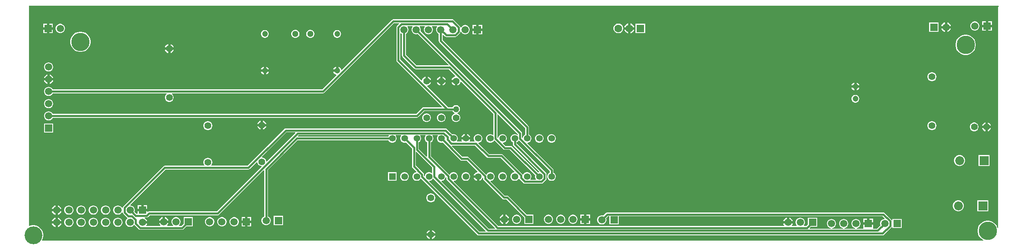
<source format=gbl>
G04*
G04 #@! TF.GenerationSoftware,Altium Limited,Altium Designer,21.6.4 (81)*
G04*
G04 Layer_Physical_Order=2*
G04 Layer_Color=16711680*
%FSLAX25Y25*%
%MOIN*%
G70*
G04*
G04 #@! TF.SameCoordinates,8913C7E9-C03F-4568-99A4-2E0721410B73*
G04*
G04*
G04 #@! TF.FilePolarity,Positive*
G04*
G01*
G75*
%ADD34C,0.01500*%
%ADD35C,0.04724*%
%ADD36R,0.06299X0.06299*%
%ADD37C,0.06299*%
%ADD38C,0.05500*%
%ADD39R,0.05906X0.05906*%
%ADD40C,0.05906*%
%ADD41C,0.05347*%
%ADD42R,0.05347X0.05347*%
%ADD43C,0.15000*%
%ADD44C,0.14567*%
%ADD45C,0.05512*%
%ADD46R,0.07284X0.07284*%
%ADD47C,0.07284*%
%ADD48R,0.05906X0.05906*%
%ADD49C,0.05118*%
%ADD50C,0.05000*%
G36*
X797038Y196038D02*
X796500Y195500D01*
Y14875D01*
X796000Y14826D01*
X795981Y14921D01*
X795355Y16432D01*
X794447Y17791D01*
X793291Y18947D01*
X791931Y19855D01*
X790421Y20481D01*
X788818Y20800D01*
X787183D01*
X785579Y20481D01*
X784068Y19855D01*
X782709Y18947D01*
X781553Y17791D01*
X780645Y16432D01*
X780019Y14921D01*
X779700Y13318D01*
Y11682D01*
X780019Y10079D01*
X780645Y8568D01*
X781553Y7209D01*
X782709Y6053D01*
X784068Y5145D01*
X784418Y5000D01*
X784318Y4500D01*
X16245D01*
X16010Y4941D01*
X16163Y5171D01*
X16773Y6642D01*
X17084Y8204D01*
Y9796D01*
X16773Y11358D01*
X16163Y12829D01*
X15279Y14153D01*
X14153Y15279D01*
X12829Y16163D01*
X11358Y16773D01*
X9796Y17084D01*
X8204D01*
X6642Y16773D01*
X5916Y16472D01*
X5500Y16750D01*
Y196500D01*
X796847D01*
X797038Y196038D01*
D02*
G37*
%LPC*%
G36*
X791453Y183953D02*
X788500D01*
Y181000D01*
X791453D01*
Y183953D01*
D02*
G37*
G36*
X786500D02*
X783547D01*
Y181000D01*
X786500D01*
Y183953D01*
D02*
G37*
G36*
X755000Y182824D02*
Y180000D01*
X757824D01*
X757683Y180526D01*
X757163Y181427D01*
X756427Y182163D01*
X755526Y182683D01*
X755000Y182824D01*
D02*
G37*
G36*
X753000D02*
X752474Y182683D01*
X751573Y182163D01*
X750837Y181427D01*
X750317Y180526D01*
X750176Y180000D01*
X753000D01*
Y182824D01*
D02*
G37*
G36*
X496500Y182028D02*
Y179000D01*
X499528D01*
X499367Y179602D01*
X498820Y180548D01*
X498048Y181321D01*
X497102Y181867D01*
X496500Y182028D01*
D02*
G37*
G36*
X24953Y181953D02*
X22000D01*
Y179000D01*
X24953D01*
Y181953D01*
D02*
G37*
G36*
X20000D02*
X17047D01*
Y179000D01*
X20000D01*
Y181953D01*
D02*
G37*
G36*
X494500Y182028D02*
X493898Y181867D01*
X492952Y181321D01*
X492179Y180548D01*
X491633Y179602D01*
X491472Y179000D01*
X494500D01*
Y182028D01*
D02*
G37*
G36*
X375453Y180953D02*
X372500D01*
Y178000D01*
X375453D01*
Y180953D01*
D02*
G37*
G36*
X370500D02*
X367547D01*
Y178000D01*
X370500D01*
Y180953D01*
D02*
G37*
G36*
X777994Y183753D02*
X777006D01*
X776052Y183497D01*
X775196Y183003D01*
X774497Y182304D01*
X774003Y181448D01*
X773747Y180494D01*
Y179506D01*
X774003Y178551D01*
X774497Y177696D01*
X775196Y176997D01*
X776052Y176503D01*
X777006Y176247D01*
X777994D01*
X778948Y176503D01*
X779804Y176997D01*
X780503Y177696D01*
X780997Y178551D01*
X781253Y179506D01*
Y180494D01*
X780997Y181448D01*
X780503Y182304D01*
X779804Y183003D01*
X778948Y183497D01*
X777994Y183753D01*
D02*
G37*
G36*
X791453Y179000D02*
X788500D01*
Y176047D01*
X791453D01*
Y179000D01*
D02*
G37*
G36*
X786500D02*
X783547D01*
Y176047D01*
X786500D01*
Y179000D01*
D02*
G37*
G36*
X747753Y182753D02*
X740247D01*
Y175247D01*
X747753D01*
Y182753D01*
D02*
G37*
G36*
X757824Y178000D02*
X755000D01*
Y175176D01*
X755526Y175317D01*
X756427Y175837D01*
X757163Y176573D01*
X757683Y177474D01*
X757824Y178000D01*
D02*
G37*
G36*
X753000D02*
X750176D01*
X750317Y177474D01*
X750837Y176573D01*
X751573Y175837D01*
X752474Y175317D01*
X753000Y175176D01*
Y178000D01*
D02*
G37*
G36*
X31494Y181753D02*
X30506D01*
X29552Y181497D01*
X28696Y181003D01*
X27997Y180304D01*
X27503Y179448D01*
X27247Y178494D01*
Y177506D01*
X27503Y176551D01*
X27997Y175696D01*
X28696Y174997D01*
X29552Y174503D01*
X30506Y174247D01*
X31494D01*
X32449Y174503D01*
X33304Y174997D01*
X34003Y175696D01*
X34497Y176551D01*
X34753Y177506D01*
Y178494D01*
X34497Y179448D01*
X34003Y180304D01*
X33304Y181003D01*
X32449Y181497D01*
X31494Y181753D01*
D02*
G37*
G36*
X508426Y181950D02*
X500527D01*
Y174050D01*
X508426D01*
Y181950D01*
D02*
G37*
G36*
X487044D02*
X486004D01*
X484999Y181680D01*
X484098Y181160D01*
X483363Y180425D01*
X482843Y179525D01*
X482574Y178520D01*
Y177480D01*
X482843Y176476D01*
X483363Y175575D01*
X484098Y174839D01*
X484999Y174320D01*
X486004Y174050D01*
X487044D01*
X488048Y174320D01*
X488949Y174839D01*
X489684Y175575D01*
X490204Y176476D01*
X490473Y177480D01*
Y178520D01*
X490204Y179525D01*
X489684Y180425D01*
X488949Y181160D01*
X488048Y181680D01*
X487044Y181950D01*
D02*
G37*
G36*
X24953Y177000D02*
X22000D01*
Y174047D01*
X24953D01*
Y177000D01*
D02*
G37*
G36*
X20000D02*
X17047D01*
Y174047D01*
X20000D01*
Y177000D01*
D02*
G37*
G36*
X499528D02*
X496500D01*
Y173972D01*
X497102Y174133D01*
X498048Y174680D01*
X498820Y175452D01*
X499367Y176398D01*
X499528Y177000D01*
D02*
G37*
G36*
X494500D02*
X491472D01*
X491633Y176398D01*
X492179Y175452D01*
X492952Y174680D01*
X493898Y174133D01*
X494500Y173972D01*
Y177000D01*
D02*
G37*
G36*
X351065Y185383D02*
X302835D01*
X302231Y185263D01*
X301718Y184920D01*
X260841Y144044D01*
X260293Y144202D01*
X260133Y144798D01*
X259690Y145564D01*
X259064Y146190D01*
X258298Y146633D01*
X258000Y146713D01*
Y143500D01*
X257000D01*
Y142500D01*
X253787D01*
X253867Y142202D01*
X254310Y141436D01*
X254936Y140810D01*
X255702Y140367D01*
X256298Y140207D01*
X256456Y139659D01*
X244878Y128080D01*
X24921D01*
X24503Y128804D01*
X23804Y129503D01*
X22949Y129997D01*
X21994Y130253D01*
X21006D01*
X20052Y129997D01*
X19196Y129503D01*
X18497Y128804D01*
X18003Y127948D01*
X17747Y126994D01*
Y126006D01*
X18003Y125051D01*
X18497Y124196D01*
X19196Y123497D01*
X20052Y123003D01*
X21006Y122747D01*
X21994D01*
X22949Y123003D01*
X23804Y123497D01*
X24503Y124196D01*
X24921Y124920D01*
X117811D01*
X117945Y124420D01*
X117817Y124345D01*
X117155Y123683D01*
X116686Y122872D01*
X116444Y121968D01*
Y121032D01*
X116686Y120127D01*
X117155Y119317D01*
X117817Y118655D01*
X118628Y118186D01*
X119532Y117944D01*
X120468D01*
X121372Y118186D01*
X122183Y118655D01*
X122845Y119317D01*
X123314Y120127D01*
X123556Y121032D01*
Y121968D01*
X123314Y122872D01*
X122845Y123683D01*
X122183Y124345D01*
X122055Y124420D01*
X122189Y124920D01*
X245533D01*
X246137Y125040D01*
X246650Y125382D01*
X303490Y182222D01*
X307466D01*
X307658Y181760D01*
X305880Y179983D01*
X305537Y179470D01*
X305417Y178865D01*
Y151913D01*
X305537Y151309D01*
X305880Y150796D01*
X342633Y114042D01*
X342442Y113580D01*
X327500D01*
X326895Y113460D01*
X326382Y113118D01*
X321345Y108080D01*
X24921D01*
X24503Y108804D01*
X23804Y109503D01*
X22949Y109997D01*
X21994Y110253D01*
X21006D01*
X20052Y109997D01*
X19196Y109503D01*
X18497Y108804D01*
X18003Y107949D01*
X17747Y106994D01*
Y106006D01*
X18003Y105052D01*
X18497Y104196D01*
X19196Y103497D01*
X20052Y103003D01*
X21006Y102747D01*
X21994D01*
X22949Y103003D01*
X23804Y103497D01*
X24503Y104196D01*
X24921Y104920D01*
X322000D01*
X322605Y105040D01*
X323117Y105383D01*
X328155Y110420D01*
X351102D01*
X351359Y109974D01*
X351974Y109359D01*
X352726Y108925D01*
X352852Y108891D01*
Y108374D01*
X352627Y108314D01*
X351817Y107845D01*
X351155Y107183D01*
X350686Y106372D01*
X350444Y105468D01*
Y104532D01*
X350686Y103628D01*
X351155Y102817D01*
X351817Y102155D01*
X352627Y101686D01*
X353532Y101444D01*
X354468D01*
X355373Y101686D01*
X356183Y102155D01*
X356845Y102817D01*
X357314Y103628D01*
X357556Y104532D01*
Y105468D01*
X357314Y106372D01*
X356845Y107183D01*
X356183Y107845D01*
X355373Y108314D01*
X355148Y108374D01*
Y108891D01*
X355274Y108925D01*
X356026Y109359D01*
X356641Y109974D01*
X357075Y110726D01*
X357300Y111566D01*
Y112434D01*
X357075Y113274D01*
X356641Y114026D01*
X356026Y114641D01*
X355274Y115075D01*
X354434Y115300D01*
X353566D01*
X352726Y115075D01*
X351974Y114641D01*
X351359Y114026D01*
X351102Y113580D01*
X347565D01*
X330348Y130797D01*
X330584Y131268D01*
X331450Y131500D01*
X332306Y131994D01*
X333005Y132694D01*
X333500Y133550D01*
X333620Y134000D01*
X330000D01*
Y135000D01*
X329000D01*
Y138620D01*
X328550Y138500D01*
X327694Y138005D01*
X326994Y137306D01*
X326500Y136450D01*
X326268Y135584D01*
X325797Y135348D01*
X308578Y152568D01*
Y173962D01*
X309040Y174153D01*
X309196Y173997D01*
X309920Y173579D01*
Y155753D01*
X310040Y155148D01*
X310383Y154635D01*
X319929Y145088D01*
X320442Y144746D01*
X321047Y144625D01*
X348229D01*
X353652Y139203D01*
X353416Y138732D01*
X352550Y138500D01*
X351694Y138005D01*
X350994Y137306D01*
X350500Y136450D01*
X350380Y136000D01*
X354000D01*
Y135000D01*
X355000D01*
Y131380D01*
X355450Y131500D01*
X356306Y131994D01*
X357006Y132694D01*
X357500Y133550D01*
X357732Y134416D01*
X358203Y134652D01*
X384643Y108212D01*
Y91013D01*
X384181Y90821D01*
X384133Y90870D01*
X383341Y91327D01*
X382457Y91564D01*
X381543D01*
X380659Y91327D01*
X379867Y90870D01*
X379221Y90223D01*
X378764Y89431D01*
X378527Y88548D01*
Y87633D01*
X378764Y86750D01*
X379221Y85958D01*
X379867Y85311D01*
X380659Y84854D01*
X381543Y84617D01*
X382457D01*
X383341Y84854D01*
X384133Y85311D01*
X384779Y85958D01*
X384993Y86329D01*
X385489Y86394D01*
X392668Y79215D01*
X393181Y78872D01*
X393786Y78752D01*
X397922D01*
X418692Y57983D01*
X418527Y57367D01*
Y56452D01*
X418763Y55569D01*
X419221Y54777D01*
X419269Y54729D01*
X419078Y54267D01*
X414922D01*
X414731Y54729D01*
X414779Y54777D01*
X415237Y55569D01*
X415473Y56452D01*
Y57367D01*
X415237Y58250D01*
X414779Y59042D01*
X414133Y59689D01*
X413341Y60146D01*
X412457Y60383D01*
X411543D01*
X410659Y60146D01*
X409867Y59689D01*
X409221Y59042D01*
X408952Y58577D01*
X408781Y58545D01*
X408386Y58597D01*
X408117Y59000D01*
X392263Y74854D01*
X391750Y75197D01*
X391145Y75317D01*
X381036D01*
X372198Y84155D01*
X372389Y84617D01*
X372457D01*
X373341Y84854D01*
X374133Y85311D01*
X374779Y85958D01*
X375237Y86750D01*
X375473Y87633D01*
Y88548D01*
X375237Y89431D01*
X374779Y90223D01*
X374133Y90870D01*
X373341Y91327D01*
X372457Y91564D01*
X371543D01*
X370659Y91327D01*
X369867Y90870D01*
X369221Y90223D01*
X368763Y89431D01*
X368527Y88548D01*
Y87633D01*
X368763Y86750D01*
X369221Y85958D01*
X369269Y85910D01*
X369078Y85448D01*
X365193D01*
X365004Y85948D01*
X365423Y86673D01*
X365535Y87091D01*
X362000D01*
X358465D01*
X358577Y86673D01*
X358996Y85948D01*
X358807Y85448D01*
X354922D01*
X354731Y85910D01*
X354779Y85958D01*
X355237Y86750D01*
X355473Y87633D01*
Y88548D01*
X355237Y89431D01*
X354779Y90223D01*
X354133Y90870D01*
X353341Y91327D01*
X352457Y91564D01*
X351543D01*
X350927Y91399D01*
X346594Y95731D01*
X346082Y96074D01*
X345477Y96194D01*
X215024D01*
X214420Y96074D01*
X213907Y95731D01*
X183950Y65775D01*
X154456D01*
X154265Y66236D01*
X154345Y66317D01*
X154814Y67128D01*
X155056Y68032D01*
Y68968D01*
X154814Y69872D01*
X154345Y70683D01*
X153683Y71345D01*
X152873Y71814D01*
X151968Y72056D01*
X151032D01*
X150127Y71814D01*
X149317Y71345D01*
X148655Y70683D01*
X148186Y69872D01*
X147944Y68968D01*
Y68032D01*
X148186Y67128D01*
X148655Y66317D01*
X148735Y66236D01*
X148544Y65775D01*
X116326D01*
X115721Y65654D01*
X115209Y65312D01*
X82380Y32483D01*
X82037Y31970D01*
X81917Y31365D01*
Y31221D01*
X81417Y31087D01*
X81003Y31804D01*
X80304Y32503D01*
X79448Y32997D01*
X78494Y33253D01*
X77506D01*
X76552Y32997D01*
X75696Y32503D01*
X74997Y31804D01*
X74503Y30948D01*
X74247Y29994D01*
Y29006D01*
X74503Y28051D01*
X74997Y27196D01*
X75696Y26497D01*
X76552Y26003D01*
X77506Y25747D01*
X78494D01*
X79448Y26003D01*
X80304Y26497D01*
X81003Y27196D01*
X81417Y27913D01*
X81917Y27779D01*
Y27635D01*
X82037Y27030D01*
X82380Y26517D01*
X85515Y23382D01*
X85841Y23164D01*
X85866Y22601D01*
X85696Y22503D01*
X84997Y21804D01*
X84503Y20948D01*
X84247Y19994D01*
Y19006D01*
X84503Y18052D01*
X84997Y17196D01*
X85696Y16497D01*
X86551Y16003D01*
X87506Y15747D01*
X88494D01*
X89448Y16003D01*
X90304Y16497D01*
X91003Y17196D01*
X91011Y17209D01*
X91625Y17273D01*
X95017Y13880D01*
X95530Y13537D01*
X96135Y13417D01*
X130497D01*
X131102Y13537D01*
X131615Y13880D01*
X133982Y16247D01*
X139253D01*
Y23753D01*
X131747D01*
Y18482D01*
X129843Y16578D01*
X127999D01*
X127885Y17078D01*
X128503Y17696D01*
X128997Y18552D01*
X129253Y19506D01*
Y20494D01*
X128997Y21449D01*
X128503Y22304D01*
X127804Y23003D01*
X126948Y23497D01*
X125994Y23753D01*
X125006D01*
X124051Y23497D01*
X123196Y23003D01*
X122497Y22304D01*
X122003Y21449D01*
X121747Y20494D01*
Y19506D01*
X122003Y18552D01*
X122497Y17696D01*
X123115Y17078D01*
X123001Y16578D01*
X118375D01*
X118168Y17078D01*
X118663Y17573D01*
X119183Y18474D01*
X119324Y19000D01*
X115500D01*
X111676D01*
X111817Y18474D01*
X112337Y17573D01*
X112832Y17078D01*
X112625Y16578D01*
X101321D01*
X101130Y17040D01*
X101163Y17073D01*
X101683Y17974D01*
X101824Y18500D01*
X98000D01*
Y20500D01*
X101824D01*
X101683Y21026D01*
X101163Y21927D01*
X100427Y22663D01*
X99987Y22917D01*
X100121Y23417D01*
X101595D01*
X102200Y23537D01*
X102712Y23880D01*
X104055Y25222D01*
X159392D01*
X159997Y25343D01*
X160510Y25685D01*
X196958Y62133D01*
X197420Y61942D01*
Y24421D01*
X196696Y24003D01*
X195997Y23304D01*
X195503Y22448D01*
X195247Y21494D01*
Y20506D01*
X195503Y19552D01*
X195997Y18696D01*
X196696Y17997D01*
X197552Y17503D01*
X198506Y17247D01*
X199494D01*
X200448Y17503D01*
X201304Y17997D01*
X202003Y18696D01*
X202497Y19552D01*
X202753Y20506D01*
Y21494D01*
X202497Y22448D01*
X202003Y23304D01*
X201304Y24003D01*
X200580Y24421D01*
Y62345D01*
X224745Y86510D01*
X298902D01*
X299221Y85958D01*
X299867Y85311D01*
X300659Y84854D01*
X301543Y84617D01*
X302457D01*
X303341Y84854D01*
X304133Y85311D01*
X304779Y85958D01*
X305237Y86750D01*
X305473Y87633D01*
Y88548D01*
X305237Y89431D01*
X304779Y90223D01*
X304731Y90272D01*
X304922Y90733D01*
X309078D01*
X309269Y90272D01*
X309221Y90223D01*
X308764Y89431D01*
X308527Y88548D01*
Y87633D01*
X308764Y86750D01*
X309221Y85958D01*
X309867Y85311D01*
X310659Y84854D01*
X311543Y84617D01*
X312457D01*
X313073Y84782D01*
X318120Y79736D01*
Y65182D01*
X318240Y64577D01*
X318583Y64065D01*
X321802Y60845D01*
X321611Y60383D01*
X321543D01*
X320659Y60146D01*
X319867Y59689D01*
X319221Y59042D01*
X318763Y58250D01*
X318527Y57367D01*
Y56452D01*
X318763Y55569D01*
X319221Y54777D01*
X319867Y54130D01*
X320659Y53673D01*
X321543Y53436D01*
X322457D01*
X323341Y53673D01*
X324133Y54130D01*
X324779Y54777D01*
X324993Y55148D01*
X325489Y55213D01*
X371422Y9280D01*
X371935Y8937D01*
X372540Y8817D01*
X702265D01*
X702870Y8937D01*
X703383Y9280D01*
X709620Y15517D01*
X709747Y15708D01*
X710247Y15556D01*
Y14747D01*
X717753D01*
Y22253D01*
X710247D01*
Y21444D01*
X709747Y21293D01*
X709620Y21483D01*
X703983Y27120D01*
X703470Y27463D01*
X702865Y27583D01*
X477503D01*
X476898Y27463D01*
X476385Y27120D01*
X474301Y25036D01*
X473494Y25253D01*
X472506D01*
X471552Y24997D01*
X470696Y24503D01*
X469997Y23804D01*
X469503Y22949D01*
X469247Y21994D01*
Y21006D01*
X469503Y20052D01*
X469997Y19196D01*
X470696Y18497D01*
X471552Y18003D01*
X472506Y17747D01*
X473494D01*
X474448Y18003D01*
X475304Y18497D01*
X476003Y19196D01*
X476497Y20052D01*
X476753Y21006D01*
Y21994D01*
X476536Y22801D01*
X478157Y24422D01*
X479247D01*
Y17747D01*
X486753D01*
Y24422D01*
X702211D01*
X703918Y22715D01*
X703727Y22253D01*
X703506D01*
X702552Y21997D01*
X701696Y21503D01*
X700997Y20804D01*
X700503Y19949D01*
X700247Y18994D01*
Y18006D01*
X700464Y17199D01*
X697543Y14278D01*
X694841D01*
X694453Y14547D01*
X694453Y14778D01*
Y17500D01*
X690500D01*
X686547D01*
Y14778D01*
X686547Y14547D01*
X686159Y14278D01*
X681173D01*
X681107Y14778D01*
X681949Y15003D01*
X682804Y15497D01*
X683503Y16196D01*
X683997Y17052D01*
X684253Y18006D01*
Y18994D01*
X683997Y19949D01*
X683503Y20804D01*
X682804Y21503D01*
X681949Y21997D01*
X680994Y22253D01*
X680006D01*
X679051Y21997D01*
X678196Y21503D01*
X677497Y20804D01*
X677003Y19949D01*
X676747Y18994D01*
Y18006D01*
X677003Y17052D01*
X677497Y16196D01*
X678196Y15497D01*
X679051Y15003D01*
X679893Y14778D01*
X679827Y14278D01*
X671173D01*
X671107Y14778D01*
X671948Y15003D01*
X672804Y15497D01*
X673503Y16196D01*
X673997Y17052D01*
X674253Y18006D01*
Y18994D01*
X673997Y19949D01*
X673503Y20804D01*
X672804Y21503D01*
X671948Y21997D01*
X670994Y22253D01*
X670006D01*
X669052Y21997D01*
X668196Y21503D01*
X667497Y20804D01*
X667003Y19949D01*
X666747Y18994D01*
Y18006D01*
X667003Y17052D01*
X667497Y16196D01*
X668196Y15497D01*
X669052Y15003D01*
X669893Y14778D01*
X669827Y14278D01*
X661173D01*
X661107Y14778D01*
X661948Y15003D01*
X662804Y15497D01*
X663503Y16196D01*
X663997Y17052D01*
X664253Y18006D01*
Y18994D01*
X663997Y19949D01*
X663503Y20804D01*
X662804Y21503D01*
X661948Y21997D01*
X660994Y22253D01*
X660006D01*
X659052Y21997D01*
X658196Y21503D01*
X657497Y20804D01*
X657003Y19949D01*
X656747Y18994D01*
Y18006D01*
X657003Y17052D01*
X657497Y16196D01*
X658196Y15497D01*
X659052Y15003D01*
X659893Y14778D01*
X659827Y14278D01*
X642666D01*
X642475Y14739D01*
X643482Y15747D01*
X648753D01*
Y23253D01*
X641247D01*
Y17982D01*
X639843Y16578D01*
X638038D01*
X637847Y17040D01*
X638003Y17196D01*
X638497Y18052D01*
X638753Y19006D01*
Y19994D01*
X638497Y20948D01*
X638003Y21804D01*
X637304Y22503D01*
X636448Y22997D01*
X635494Y23253D01*
X634506D01*
X633552Y22997D01*
X632696Y22503D01*
X631997Y21804D01*
X631503Y20948D01*
X631247Y19994D01*
Y19006D01*
X631503Y18052D01*
X631997Y17196D01*
X632153Y17040D01*
X631962Y16578D01*
X628321D01*
X628130Y17040D01*
X628163Y17073D01*
X628683Y17974D01*
X628824Y18500D01*
X625000D01*
X621176D01*
X621317Y17974D01*
X621837Y17073D01*
X621870Y17040D01*
X621679Y16578D01*
X388594D01*
X386557Y18615D01*
X386557Y18615D01*
X352198Y52974D01*
X352389Y53436D01*
X352457D01*
X353341Y53673D01*
X354133Y54130D01*
X354779Y54777D01*
X355237Y55569D01*
X355473Y56452D01*
Y57367D01*
X355237Y58250D01*
X354779Y59042D01*
X354133Y59689D01*
X353341Y60146D01*
X352457Y60383D01*
X351543D01*
X350659Y60146D01*
X349867Y59689D01*
X349221Y59042D01*
X349007Y58671D01*
X348511Y58606D01*
X333580Y73537D01*
Y84992D01*
X334133Y85311D01*
X334779Y85958D01*
X335237Y86750D01*
X335473Y87633D01*
Y88548D01*
X335237Y89431D01*
X334779Y90223D01*
X334731Y90272D01*
X334922Y90733D01*
X339078D01*
X339269Y90272D01*
X339221Y90223D01*
X338763Y89431D01*
X338527Y88548D01*
Y87633D01*
X338763Y86750D01*
X339221Y85958D01*
X339867Y85311D01*
X340659Y84854D01*
X341543Y84617D01*
X342457D01*
X343073Y84782D01*
X357536Y70319D01*
X358049Y69977D01*
X358654Y69857D01*
X362790D01*
X371611Y61036D01*
X371391Y60549D01*
X370582Y60332D01*
X369745Y59849D01*
X369061Y59165D01*
X368577Y58327D01*
X368465Y57910D01*
X372000D01*
Y56910D01*
X373000D01*
Y53375D01*
X373418Y53487D01*
X374255Y53970D01*
X374939Y54654D01*
X375423Y55492D01*
X375518Y55846D01*
X376095Y56068D01*
X376196Y56003D01*
Y55160D01*
X376317Y54555D01*
X376659Y54043D01*
X392138Y38564D01*
X392651Y38221D01*
X393255Y38101D01*
X395164D01*
X409747Y23518D01*
Y18247D01*
X417253D01*
Y25753D01*
X411982D01*
X396936Y40799D01*
X396423Y41142D01*
X395818Y41262D01*
X393910D01*
X382198Y52974D01*
X382389Y53436D01*
X382457D01*
X383341Y53673D01*
X384133Y54130D01*
X384779Y54777D01*
X385237Y55569D01*
X385473Y56452D01*
Y57367D01*
X385237Y58250D01*
X384779Y59042D01*
X384133Y59689D01*
X383341Y60146D01*
X382457Y60383D01*
X381543D01*
X380659Y60146D01*
X379867Y59689D01*
X379221Y59042D01*
X379007Y58671D01*
X378511Y58606D01*
X364563Y72554D01*
X364050Y72897D01*
X363445Y73017D01*
X359308D01*
X350539Y81787D01*
X350746Y82287D01*
X369596D01*
X379264Y72619D01*
X379776Y72277D01*
X380381Y72157D01*
X390490D01*
X401802Y60845D01*
X401611Y60383D01*
X401543D01*
X400659Y60146D01*
X399867Y59689D01*
X399221Y59042D01*
X398763Y58250D01*
X398527Y57367D01*
Y56452D01*
X398763Y55569D01*
X399221Y54777D01*
X399867Y54130D01*
X400659Y53673D01*
X401543Y53436D01*
X402457D01*
X403341Y53673D01*
X404133Y54130D01*
X404779Y54777D01*
X405048Y55242D01*
X405219Y55274D01*
X405614Y55222D01*
X405883Y54819D01*
X409133Y51569D01*
X409646Y51226D01*
X410251Y51106D01*
X423749D01*
X424354Y51226D01*
X424867Y51569D01*
X427341Y54043D01*
X427683Y54555D01*
X427804Y55160D01*
Y58993D01*
X427683Y59598D01*
X427341Y60111D01*
X403630Y83822D01*
Y85021D01*
X404133Y85311D01*
X404779Y85958D01*
X404993Y86329D01*
X405489Y86394D01*
X430420Y61463D01*
Y60008D01*
X429867Y59689D01*
X429221Y59042D01*
X428763Y58250D01*
X428527Y57367D01*
Y56452D01*
X428763Y55569D01*
X429221Y54777D01*
X429867Y54130D01*
X430659Y53673D01*
X431543Y53436D01*
X432457D01*
X433341Y53673D01*
X434133Y54130D01*
X434779Y54777D01*
X435237Y55569D01*
X435473Y56452D01*
Y57367D01*
X435237Y58250D01*
X434779Y59042D01*
X434133Y59689D01*
X433580Y60008D01*
Y62118D01*
X433460Y62723D01*
X433117Y63235D01*
X412198Y84155D01*
X412389Y84617D01*
X412457D01*
X413341Y84854D01*
X414133Y85311D01*
X414779Y85958D01*
X415237Y86750D01*
X415473Y87633D01*
Y88548D01*
X415237Y89431D01*
X414779Y90223D01*
X414133Y90870D01*
X413580Y91189D01*
Y97220D01*
X413460Y97824D01*
X413118Y98337D01*
X343080Y168374D01*
Y172531D01*
X343542Y172723D01*
X344885Y171380D01*
X345398Y171037D01*
X346003Y170917D01*
X353365D01*
X353970Y171037D01*
X354483Y171380D01*
X357120Y174017D01*
X357463Y174530D01*
X357583Y175135D01*
Y175279D01*
X358083Y175413D01*
X358497Y174696D01*
X359196Y173997D01*
X360051Y173503D01*
X361006Y173247D01*
X361994D01*
X362948Y173503D01*
X363804Y173997D01*
X364503Y174696D01*
X364997Y175551D01*
X365253Y176506D01*
Y177494D01*
X364997Y178448D01*
X364503Y179304D01*
X363804Y180003D01*
X362948Y180497D01*
X361994Y180753D01*
X361006D01*
X360051Y180497D01*
X359196Y180003D01*
X358497Y179304D01*
X358083Y178587D01*
X357583Y178721D01*
Y178865D01*
X357463Y179470D01*
X357120Y179983D01*
X352183Y184920D01*
X351670Y185263D01*
X351065Y185383D01*
D02*
G37*
G36*
X375453Y176000D02*
X372500D01*
Y173047D01*
X375453D01*
Y176000D01*
D02*
G37*
G36*
X370500D02*
X367547D01*
Y173047D01*
X370500D01*
Y176000D01*
D02*
G37*
G36*
X257416Y176662D02*
X256584D01*
X255779Y176447D01*
X255058Y176030D01*
X254470Y175442D01*
X254053Y174721D01*
X253838Y173916D01*
Y173084D01*
X254053Y172279D01*
X254470Y171558D01*
X255058Y170970D01*
X255779Y170553D01*
X256584Y170338D01*
X257416D01*
X258221Y170553D01*
X258942Y170970D01*
X259530Y171558D01*
X259947Y172279D01*
X260162Y173084D01*
Y173916D01*
X259947Y174721D01*
X259530Y175442D01*
X258942Y176030D01*
X258221Y176447D01*
X257416Y176662D01*
D02*
G37*
G36*
X198416D02*
X197584D01*
X196779Y176447D01*
X196058Y176030D01*
X195470Y175442D01*
X195053Y174721D01*
X194838Y173916D01*
Y173084D01*
X195053Y172279D01*
X195470Y171558D01*
X196058Y170970D01*
X196779Y170553D01*
X197584Y170338D01*
X198416D01*
X199221Y170553D01*
X199942Y170970D01*
X200530Y171558D01*
X200947Y172279D01*
X201162Y173084D01*
Y173916D01*
X200947Y174721D01*
X200530Y175442D01*
X199942Y176030D01*
X199221Y176447D01*
X198416Y176662D01*
D02*
G37*
G36*
X235545Y176859D02*
X234660D01*
X233806Y176630D01*
X233040Y176188D01*
X232414Y175563D01*
X231972Y174797D01*
X231743Y173942D01*
Y173058D01*
X231972Y172203D01*
X232414Y171438D01*
X233040Y170812D01*
X233806Y170370D01*
X234660Y170141D01*
X235545D01*
X236399Y170370D01*
X237165Y170812D01*
X237790Y171438D01*
X238232Y172203D01*
X238461Y173058D01*
Y173942D01*
X238232Y174797D01*
X237790Y175563D01*
X237165Y176188D01*
X236399Y176630D01*
X235545Y176859D01*
D02*
G37*
G36*
X223340D02*
X222455D01*
X221601Y176630D01*
X220835Y176188D01*
X220210Y175563D01*
X219767Y174797D01*
X219539Y173942D01*
Y173058D01*
X219767Y172203D01*
X220210Y171438D01*
X220835Y170812D01*
X221601Y170370D01*
X222455Y170141D01*
X223340D01*
X224194Y170370D01*
X224960Y170812D01*
X225586Y171438D01*
X226028Y172203D01*
X226257Y173058D01*
Y173942D01*
X226028Y174797D01*
X225586Y175563D01*
X224960Y176188D01*
X224194Y176630D01*
X223340Y176859D01*
D02*
G37*
G36*
X121000Y165120D02*
Y162500D01*
X123620D01*
X123500Y162950D01*
X123005Y163806D01*
X122306Y164506D01*
X121450Y165000D01*
X121000Y165120D01*
D02*
G37*
G36*
X119000D02*
X118550Y165000D01*
X117694Y164506D01*
X116995Y163806D01*
X116500Y162950D01*
X116380Y162500D01*
X119000D01*
Y165120D01*
D02*
G37*
G36*
X48318Y175300D02*
X46683D01*
X45079Y174981D01*
X43569Y174355D01*
X42209Y173447D01*
X41053Y172291D01*
X40145Y170931D01*
X39519Y169421D01*
X39200Y167817D01*
Y166182D01*
X39519Y164579D01*
X40145Y163068D01*
X41053Y161709D01*
X42209Y160553D01*
X43569Y159645D01*
X45079Y159019D01*
X46683Y158700D01*
X48318D01*
X49921Y159019D01*
X51432Y159645D01*
X52791Y160553D01*
X53947Y161709D01*
X54855Y163068D01*
X55481Y164579D01*
X55800Y166182D01*
Y167817D01*
X55481Y169421D01*
X54855Y170931D01*
X53947Y172291D01*
X52791Y173447D01*
X51432Y174355D01*
X49921Y174981D01*
X48318Y175300D01*
D02*
G37*
G36*
X123620Y160500D02*
X121000D01*
Y157880D01*
X121450Y158000D01*
X122306Y158494D01*
X123005Y159194D01*
X123500Y160050D01*
X123620Y160500D01*
D02*
G37*
G36*
X119000D02*
X116380D01*
X116500Y160050D01*
X116995Y159194D01*
X117694Y158494D01*
X118550Y158000D01*
X119000Y157880D01*
Y160500D01*
D02*
G37*
G36*
X770818Y172800D02*
X769182D01*
X767579Y172481D01*
X766069Y171855D01*
X764709Y170947D01*
X763553Y169791D01*
X762645Y168431D01*
X762019Y166921D01*
X761700Y165317D01*
Y163682D01*
X762019Y162079D01*
X762645Y160568D01*
X763553Y159209D01*
X764709Y158053D01*
X766069Y157145D01*
X767579Y156519D01*
X769182Y156200D01*
X770818D01*
X772421Y156519D01*
X773932Y157145D01*
X775291Y158053D01*
X776447Y159209D01*
X777355Y160568D01*
X777981Y162079D01*
X778300Y163682D01*
Y165317D01*
X777981Y166921D01*
X777355Y168431D01*
X776447Y169791D01*
X775291Y170947D01*
X773932Y171855D01*
X772421Y172481D01*
X770818Y172800D01*
D02*
G37*
G36*
X199000Y146713D02*
Y144500D01*
X201213D01*
X201133Y144798D01*
X200690Y145564D01*
X200064Y146190D01*
X199298Y146633D01*
X199000Y146713D01*
D02*
G37*
G36*
X256000Y146713D02*
X255702Y146633D01*
X254936Y146190D01*
X254310Y145564D01*
X253867Y144798D01*
X253787Y144500D01*
X256000D01*
Y146713D01*
D02*
G37*
G36*
X197000D02*
X196702Y146633D01*
X195936Y146190D01*
X195310Y145564D01*
X194867Y144798D01*
X194787Y144500D01*
X197000D01*
Y146713D01*
D02*
G37*
G36*
X21994Y150253D02*
X21006D01*
X20052Y149997D01*
X19196Y149503D01*
X18497Y148804D01*
X18003Y147949D01*
X17747Y146994D01*
Y146006D01*
X18003Y145052D01*
X18497Y144196D01*
X19196Y143497D01*
X20052Y143003D01*
X21006Y142747D01*
X21994D01*
X22949Y143003D01*
X23804Y143497D01*
X24503Y144196D01*
X24997Y145052D01*
X25253Y146006D01*
Y146994D01*
X24997Y147949D01*
X24503Y148804D01*
X23804Y149503D01*
X22949Y149997D01*
X21994Y150253D01*
D02*
G37*
G36*
X201213Y142500D02*
X199000D01*
Y140287D01*
X199298Y140367D01*
X200064Y140810D01*
X200690Y141436D01*
X201133Y142202D01*
X201213Y142500D01*
D02*
G37*
G36*
X197000D02*
X194787D01*
X194867Y142202D01*
X195310Y141436D01*
X195936Y140810D01*
X196702Y140367D01*
X197000Y140287D01*
Y142500D01*
D02*
G37*
G36*
X22500Y140324D02*
Y137500D01*
X25324D01*
X25183Y138026D01*
X24663Y138927D01*
X23927Y139663D01*
X23026Y140183D01*
X22500Y140324D01*
D02*
G37*
G36*
X20500D02*
X19974Y140183D01*
X19073Y139663D01*
X18337Y138927D01*
X17817Y138026D01*
X17676Y137500D01*
X20500D01*
Y140324D01*
D02*
G37*
G36*
X343000Y138620D02*
Y136000D01*
X345620D01*
X345500Y136450D01*
X345005Y137306D01*
X344306Y138005D01*
X343450Y138500D01*
X343000Y138620D01*
D02*
G37*
G36*
X331000D02*
Y136000D01*
X333620D01*
X333500Y136450D01*
X333005Y137306D01*
X332306Y138005D01*
X331450Y138500D01*
X331000Y138620D01*
D02*
G37*
G36*
X341000D02*
X340550Y138500D01*
X339694Y138005D01*
X338995Y137306D01*
X338500Y136450D01*
X338380Y136000D01*
X341000D01*
Y138620D01*
D02*
G37*
G36*
X742968Y142056D02*
X742032D01*
X741127Y141814D01*
X740317Y141345D01*
X739655Y140683D01*
X739186Y139873D01*
X738944Y138968D01*
Y138032D01*
X739186Y137127D01*
X739655Y136317D01*
X740317Y135655D01*
X741127Y135186D01*
X742032Y134944D01*
X742968D01*
X743872Y135186D01*
X744683Y135655D01*
X745345Y136317D01*
X745814Y137127D01*
X746056Y138032D01*
Y138968D01*
X745814Y139873D01*
X745345Y140683D01*
X744683Y141345D01*
X743872Y141814D01*
X742968Y142056D01*
D02*
G37*
G36*
X25324Y135500D02*
X22500D01*
Y132676D01*
X23026Y132817D01*
X23927Y133337D01*
X24663Y134073D01*
X25183Y134974D01*
X25324Y135500D01*
D02*
G37*
G36*
X20500D02*
X17676D01*
X17817Y134974D01*
X18337Y134073D01*
X19073Y133337D01*
X19974Y132817D01*
X20500Y132676D01*
Y135500D01*
D02*
G37*
G36*
X681000Y133713D02*
Y131500D01*
X683213D01*
X683133Y131798D01*
X682690Y132564D01*
X682064Y133190D01*
X681298Y133633D01*
X681000Y133713D01*
D02*
G37*
G36*
X679000Y133713D02*
X678702Y133633D01*
X677936Y133190D01*
X677310Y132564D01*
X676867Y131798D01*
X676787Y131500D01*
X679000D01*
Y133713D01*
D02*
G37*
G36*
X345620Y134000D02*
X343000D01*
Y131380D01*
X343450Y131500D01*
X344306Y131994D01*
X345005Y132694D01*
X345500Y133550D01*
X345620Y134000D01*
D02*
G37*
G36*
X353000D02*
X350380D01*
X350500Y133550D01*
X350994Y132694D01*
X351694Y131994D01*
X352550Y131500D01*
X353000Y131380D01*
Y134000D01*
D02*
G37*
G36*
X341000D02*
X338380D01*
X338500Y133550D01*
X338995Y132694D01*
X339694Y131994D01*
X340550Y131500D01*
X341000Y131380D01*
Y134000D01*
D02*
G37*
G36*
X683213Y129500D02*
X681000D01*
Y127287D01*
X681298Y127367D01*
X682064Y127810D01*
X682690Y128436D01*
X683133Y129202D01*
X683213Y129500D01*
D02*
G37*
G36*
X679000D02*
X676787D01*
X676867Y129202D01*
X677310Y128436D01*
X677936Y127810D01*
X678702Y127367D01*
X679000Y127287D01*
Y129500D01*
D02*
G37*
G36*
X680416Y123662D02*
X679584D01*
X678779Y123447D01*
X678058Y123030D01*
X677470Y122442D01*
X677053Y121721D01*
X676838Y120916D01*
Y120084D01*
X677053Y119279D01*
X677470Y118558D01*
X678058Y117970D01*
X678779Y117553D01*
X679584Y117338D01*
X680416D01*
X681221Y117553D01*
X681942Y117970D01*
X682530Y118558D01*
X682947Y119279D01*
X683162Y120084D01*
Y120916D01*
X682947Y121721D01*
X682530Y122442D01*
X681942Y123030D01*
X681221Y123447D01*
X680416Y123662D01*
D02*
G37*
G36*
X21994Y120253D02*
X21006D01*
X20052Y119997D01*
X19196Y119503D01*
X18497Y118804D01*
X18003Y117948D01*
X17747Y116994D01*
Y116006D01*
X18003Y115051D01*
X18497Y114196D01*
X19196Y113497D01*
X20052Y113003D01*
X21006Y112747D01*
X21994D01*
X22949Y113003D01*
X23804Y113497D01*
X24503Y114196D01*
X24997Y115051D01*
X25253Y116006D01*
Y116994D01*
X24997Y117948D01*
X24503Y118804D01*
X23804Y119503D01*
X22949Y119997D01*
X21994Y120253D01*
D02*
G37*
G36*
X342468Y108556D02*
X341532D01*
X340628Y108314D01*
X339817Y107845D01*
X339155Y107183D01*
X338686Y106372D01*
X338444Y105468D01*
Y104532D01*
X338686Y103628D01*
X339155Y102817D01*
X339817Y102155D01*
X340628Y101686D01*
X341532Y101444D01*
X342468D01*
X343373Y101686D01*
X344183Y102155D01*
X344845Y102817D01*
X345314Y103628D01*
X345556Y104532D01*
Y105468D01*
X345314Y106372D01*
X344845Y107183D01*
X344183Y107845D01*
X343373Y108314D01*
X342468Y108556D01*
D02*
G37*
G36*
X330468D02*
X329532D01*
X328627Y108314D01*
X327817Y107845D01*
X327155Y107183D01*
X326686Y106372D01*
X326444Y105468D01*
Y104532D01*
X326686Y103628D01*
X327155Y102817D01*
X327817Y102155D01*
X328627Y101686D01*
X329532Y101444D01*
X330468D01*
X331372Y101686D01*
X332183Y102155D01*
X332845Y102817D01*
X333314Y103628D01*
X333556Y104532D01*
Y105468D01*
X333314Y106372D01*
X332845Y107183D01*
X332183Y107845D01*
X331372Y108314D01*
X330468Y108556D01*
D02*
G37*
G36*
X196500Y102620D02*
Y100000D01*
X199120D01*
X199000Y100450D01*
X198505Y101306D01*
X197806Y102006D01*
X196950Y102500D01*
X196500Y102620D01*
D02*
G37*
G36*
X194500D02*
X194050Y102500D01*
X193194Y102006D01*
X192494Y101306D01*
X192000Y100450D01*
X191880Y100000D01*
X194500D01*
Y102620D01*
D02*
G37*
G36*
X788000Y101114D02*
Y98500D01*
X790614D01*
X790494Y98948D01*
X790001Y99803D01*
X789302Y100501D01*
X788448Y100994D01*
X788000Y101114D01*
D02*
G37*
G36*
X786000D02*
X785553Y100994D01*
X784697Y100501D01*
X783999Y99803D01*
X783506Y98948D01*
X783386Y98500D01*
X786000D01*
Y101114D01*
D02*
G37*
G36*
X199120Y98000D02*
X196500D01*
Y95380D01*
X196950Y95500D01*
X197806Y95995D01*
X198505Y96694D01*
X199000Y97550D01*
X199120Y98000D01*
D02*
G37*
G36*
X194500D02*
X191880D01*
X192000Y97550D01*
X192494Y96694D01*
X193194Y95995D01*
X194050Y95500D01*
X194500Y95380D01*
Y98000D01*
D02*
G37*
G36*
X742968Y102056D02*
X742032D01*
X741127Y101814D01*
X740317Y101345D01*
X739655Y100683D01*
X739186Y99872D01*
X738944Y98968D01*
Y98032D01*
X739186Y97127D01*
X739655Y96317D01*
X740317Y95655D01*
X741127Y95186D01*
X742032Y94944D01*
X742968D01*
X743872Y95186D01*
X744683Y95655D01*
X745345Y96317D01*
X745814Y97127D01*
X746056Y98032D01*
Y98968D01*
X745814Y99872D01*
X745345Y100683D01*
X744683Y101345D01*
X743872Y101814D01*
X742968Y102056D01*
D02*
G37*
G36*
X151968D02*
X151032D01*
X150127Y101814D01*
X149317Y101345D01*
X148655Y100683D01*
X148186Y99872D01*
X147944Y98968D01*
Y98032D01*
X148186Y97127D01*
X148655Y96317D01*
X149317Y95655D01*
X150127Y95186D01*
X151032Y94944D01*
X151968D01*
X152873Y95186D01*
X153683Y95655D01*
X154345Y96317D01*
X154814Y97127D01*
X155056Y98032D01*
Y98968D01*
X154814Y99872D01*
X154345Y100683D01*
X153683Y101345D01*
X152873Y101814D01*
X151968Y102056D01*
D02*
G37*
G36*
X777467Y101050D02*
X776533D01*
X775630Y100808D01*
X774820Y100341D01*
X774159Y99680D01*
X773692Y98870D01*
X773450Y97967D01*
Y97033D01*
X773692Y96130D01*
X774159Y95320D01*
X774820Y94659D01*
X775630Y94192D01*
X776533Y93950D01*
X777467D01*
X778370Y94192D01*
X779180Y94659D01*
X779841Y95320D01*
X780308Y96130D01*
X780550Y97033D01*
Y97967D01*
X780308Y98870D01*
X779841Y99680D01*
X779180Y100341D01*
X778370Y100808D01*
X777467Y101050D01*
D02*
G37*
G36*
X790614Y96500D02*
X788000D01*
Y93886D01*
X788448Y94006D01*
X789302Y94499D01*
X790001Y95197D01*
X790494Y96052D01*
X790614Y96500D01*
D02*
G37*
G36*
X786000D02*
X783386D01*
X783506Y96052D01*
X783999Y95197D01*
X784697Y94499D01*
X785553Y94006D01*
X786000Y93886D01*
Y96500D01*
D02*
G37*
G36*
X25253Y100253D02*
X17747D01*
Y92747D01*
X25253D01*
Y100253D01*
D02*
G37*
G36*
X363000Y91625D02*
Y89091D01*
X365535D01*
X365423Y89508D01*
X364939Y90346D01*
X364255Y91030D01*
X363418Y91514D01*
X363000Y91625D01*
D02*
G37*
G36*
X361000D02*
X360582Y91514D01*
X359745Y91030D01*
X359061Y90346D01*
X358577Y89508D01*
X358465Y89091D01*
X361000D01*
Y91625D01*
D02*
G37*
G36*
X432457Y91564D02*
X431543D01*
X430659Y91327D01*
X429867Y90870D01*
X429221Y90223D01*
X428763Y89431D01*
X428527Y88548D01*
Y87633D01*
X428763Y86750D01*
X429221Y85958D01*
X429867Y85311D01*
X430659Y84854D01*
X431543Y84617D01*
X432457D01*
X433341Y84854D01*
X434133Y85311D01*
X434779Y85958D01*
X435237Y86750D01*
X435473Y87633D01*
Y88548D01*
X435237Y89431D01*
X434779Y90223D01*
X434133Y90870D01*
X433341Y91327D01*
X432457Y91564D01*
D02*
G37*
G36*
X422457D02*
X421543D01*
X420659Y91327D01*
X419867Y90870D01*
X419221Y90223D01*
X418763Y89431D01*
X418527Y88548D01*
Y87633D01*
X418763Y86750D01*
X419221Y85958D01*
X419867Y85311D01*
X420659Y84854D01*
X421543Y84617D01*
X422457D01*
X423341Y84854D01*
X424133Y85311D01*
X424779Y85958D01*
X425237Y86750D01*
X425473Y87633D01*
Y88548D01*
X425237Y89431D01*
X424779Y90223D01*
X424133Y90870D01*
X423341Y91327D01*
X422457Y91564D01*
D02*
G37*
G36*
X789442Y74442D02*
X780558D01*
Y65558D01*
X789442D01*
Y74442D01*
D02*
G37*
G36*
X765585D02*
X764415D01*
X763286Y74139D01*
X762273Y73554D01*
X761446Y72727D01*
X760861Y71714D01*
X760558Y70585D01*
Y69415D01*
X760861Y68286D01*
X761446Y67273D01*
X762273Y66446D01*
X763286Y65861D01*
X764415Y65558D01*
X765585D01*
X766714Y65861D01*
X767727Y66446D01*
X768554Y67273D01*
X769139Y68286D01*
X769442Y69415D01*
Y70585D01*
X769139Y71714D01*
X768554Y72727D01*
X767727Y73554D01*
X766714Y74139D01*
X765585Y74442D01*
D02*
G37*
G36*
X392457Y60383D02*
X391543D01*
X390659Y60146D01*
X389867Y59689D01*
X389221Y59042D01*
X388763Y58250D01*
X388527Y57367D01*
Y56452D01*
X388763Y55569D01*
X389221Y54777D01*
X389867Y54130D01*
X390659Y53673D01*
X391543Y53436D01*
X392457D01*
X393341Y53673D01*
X394133Y54130D01*
X394779Y54777D01*
X395236Y55569D01*
X395473Y56452D01*
Y57367D01*
X395236Y58250D01*
X394779Y59042D01*
X394133Y59689D01*
X393341Y60146D01*
X392457Y60383D01*
D02*
G37*
G36*
X362457D02*
X361543D01*
X360659Y60146D01*
X359867Y59689D01*
X359221Y59042D01*
X358764Y58250D01*
X358527Y57367D01*
Y56452D01*
X358764Y55569D01*
X359221Y54777D01*
X359867Y54130D01*
X360659Y53673D01*
X361543Y53436D01*
X362457D01*
X363341Y53673D01*
X364133Y54130D01*
X364779Y54777D01*
X365236Y55569D01*
X365473Y56452D01*
Y57367D01*
X365236Y58250D01*
X364779Y59042D01*
X364133Y59689D01*
X363341Y60146D01*
X362457Y60383D01*
D02*
G37*
G36*
X312457D02*
X311543D01*
X310659Y60146D01*
X309867Y59689D01*
X309221Y59042D01*
X308764Y58250D01*
X308527Y57367D01*
Y56452D01*
X308764Y55569D01*
X309221Y54777D01*
X309867Y54130D01*
X310659Y53673D01*
X311543Y53436D01*
X312457D01*
X313341Y53673D01*
X314133Y54130D01*
X314779Y54777D01*
X315236Y55569D01*
X315473Y56452D01*
Y57367D01*
X315236Y58250D01*
X314779Y59042D01*
X314133Y59689D01*
X313341Y60146D01*
X312457Y60383D01*
D02*
G37*
G36*
X305473D02*
X298527D01*
Y53436D01*
X305473D01*
Y60383D01*
D02*
G37*
G36*
X371000Y55910D02*
X368465D01*
X368577Y55492D01*
X369061Y54654D01*
X369745Y53970D01*
X370582Y53487D01*
X371000Y53375D01*
Y55910D01*
D02*
G37*
G36*
X333968Y43056D02*
X333032D01*
X332127Y42814D01*
X331317Y42345D01*
X330655Y41683D01*
X330186Y40872D01*
X329944Y39968D01*
Y39032D01*
X330186Y38127D01*
X330655Y37317D01*
X331317Y36655D01*
X332127Y36186D01*
X333032Y35944D01*
X333968D01*
X334873Y36186D01*
X335683Y36655D01*
X336345Y37317D01*
X336814Y38127D01*
X337056Y39032D01*
Y39968D01*
X336814Y40872D01*
X336345Y41683D01*
X335683Y42345D01*
X334873Y42814D01*
X333968Y43056D01*
D02*
G37*
G36*
X29000Y33324D02*
Y30500D01*
X31824D01*
X31683Y31026D01*
X31163Y31927D01*
X30427Y32663D01*
X29526Y33183D01*
X29000Y33324D01*
D02*
G37*
G36*
X27000D02*
X26474Y33183D01*
X25573Y32663D01*
X24837Y31927D01*
X24317Y31026D01*
X24176Y30500D01*
X27000D01*
Y33324D01*
D02*
G37*
G36*
X788442Y37442D02*
X779558D01*
Y28558D01*
X788442D01*
Y37442D01*
D02*
G37*
G36*
X764585D02*
X763415D01*
X762286Y37139D01*
X761273Y36554D01*
X760446Y35727D01*
X759861Y34714D01*
X759558Y33585D01*
Y32415D01*
X759861Y31286D01*
X760446Y30273D01*
X761273Y29446D01*
X762286Y28861D01*
X763415Y28558D01*
X764585D01*
X765714Y28861D01*
X766727Y29446D01*
X767554Y30273D01*
X768139Y31286D01*
X768442Y32415D01*
Y33585D01*
X768139Y34714D01*
X767554Y35727D01*
X766727Y36554D01*
X765714Y37139D01*
X764585Y37442D01*
D02*
G37*
G36*
X68494Y33253D02*
X67506D01*
X66552Y32997D01*
X65696Y32503D01*
X64997Y31804D01*
X64503Y30948D01*
X64247Y29994D01*
Y29006D01*
X64503Y28051D01*
X64997Y27196D01*
X65696Y26497D01*
X66552Y26003D01*
X67506Y25747D01*
X68494D01*
X69449Y26003D01*
X70304Y26497D01*
X71003Y27196D01*
X71497Y28051D01*
X71753Y29006D01*
Y29994D01*
X71497Y30948D01*
X71003Y31804D01*
X70304Y32503D01*
X69449Y32997D01*
X68494Y33253D01*
D02*
G37*
G36*
X58494D02*
X57506D01*
X56551Y32997D01*
X55696Y32503D01*
X54997Y31804D01*
X54503Y30948D01*
X54247Y29994D01*
Y29006D01*
X54503Y28051D01*
X54997Y27196D01*
X55696Y26497D01*
X56551Y26003D01*
X57506Y25747D01*
X58494D01*
X59448Y26003D01*
X60304Y26497D01*
X61003Y27196D01*
X61497Y28051D01*
X61753Y29006D01*
Y29994D01*
X61497Y30948D01*
X61003Y31804D01*
X60304Y32503D01*
X59448Y32997D01*
X58494Y33253D01*
D02*
G37*
G36*
X48494D02*
X47506D01*
X46551Y32997D01*
X45696Y32503D01*
X44997Y31804D01*
X44503Y30948D01*
X44247Y29994D01*
Y29006D01*
X44503Y28051D01*
X44997Y27196D01*
X45696Y26497D01*
X46551Y26003D01*
X47506Y25747D01*
X48494D01*
X49448Y26003D01*
X50304Y26497D01*
X51003Y27196D01*
X51497Y28051D01*
X51753Y29006D01*
Y29994D01*
X51497Y30948D01*
X51003Y31804D01*
X50304Y32503D01*
X49448Y32997D01*
X48494Y33253D01*
D02*
G37*
G36*
X38494D02*
X37506D01*
X36551Y32997D01*
X35696Y32503D01*
X34997Y31804D01*
X34503Y30948D01*
X34247Y29994D01*
Y29006D01*
X34503Y28051D01*
X34997Y27196D01*
X35696Y26497D01*
X36551Y26003D01*
X37506Y25747D01*
X38494D01*
X39448Y26003D01*
X40304Y26497D01*
X41003Y27196D01*
X41497Y28051D01*
X41753Y29006D01*
Y29994D01*
X41497Y30948D01*
X41003Y31804D01*
X40304Y32503D01*
X39448Y32997D01*
X38494Y33253D01*
D02*
G37*
G36*
X31824Y28500D02*
X29000D01*
Y25676D01*
X29526Y25817D01*
X30427Y26337D01*
X31163Y27073D01*
X31683Y27974D01*
X31824Y28500D01*
D02*
G37*
G36*
X27000D02*
X24176D01*
X24317Y27974D01*
X24837Y27073D01*
X25573Y26337D01*
X26474Y25817D01*
X27000Y25676D01*
Y28500D01*
D02*
G37*
G36*
X463453Y25953D02*
X460500D01*
Y23000D01*
X463453D01*
Y25953D01*
D02*
G37*
G36*
X394500Y25824D02*
Y23000D01*
X397324D01*
X397183Y23526D01*
X396663Y24427D01*
X395927Y25163D01*
X395026Y25683D01*
X394500Y25824D01*
D02*
G37*
G36*
X392500D02*
X391974Y25683D01*
X391073Y25163D01*
X390337Y24427D01*
X389817Y23526D01*
X389676Y23000D01*
X392500D01*
Y25824D01*
D02*
G37*
G36*
X458500Y25953D02*
X455547D01*
Y23000D01*
X458500D01*
Y25953D01*
D02*
G37*
G36*
X186950Y23953D02*
X183997D01*
Y21000D01*
X186950D01*
Y23953D01*
D02*
G37*
G36*
X116500Y23824D02*
Y21000D01*
X119324D01*
X119183Y21526D01*
X118663Y22427D01*
X117927Y23163D01*
X117026Y23683D01*
X116500Y23824D01*
D02*
G37*
G36*
X114500D02*
X113974Y23683D01*
X113073Y23163D01*
X112337Y22427D01*
X111817Y21526D01*
X111676Y21000D01*
X114500D01*
Y23824D01*
D02*
G37*
G36*
X181997Y23953D02*
X179044D01*
Y21000D01*
X181997D01*
Y23953D01*
D02*
G37*
G36*
X626000Y23324D02*
Y20500D01*
X628824D01*
X628683Y21026D01*
X628163Y21927D01*
X627427Y22663D01*
X626526Y23183D01*
X626000Y23324D01*
D02*
G37*
G36*
X29000D02*
Y20500D01*
X31824D01*
X31683Y21026D01*
X31163Y21927D01*
X30427Y22663D01*
X29526Y23183D01*
X29000Y23324D01*
D02*
G37*
G36*
X624000D02*
X623474Y23183D01*
X622573Y22663D01*
X621837Y21927D01*
X621317Y21026D01*
X621176Y20500D01*
X624000D01*
Y23324D01*
D02*
G37*
G36*
X27000D02*
X26474Y23183D01*
X25573Y22663D01*
X24837Y21927D01*
X24317Y21026D01*
X24176Y20500D01*
X27000D01*
Y23324D01*
D02*
G37*
G36*
X694453Y22453D02*
X691500D01*
Y19500D01*
X694453D01*
Y22453D01*
D02*
G37*
G36*
X689500D02*
X686547D01*
Y19500D01*
X689500D01*
Y22453D01*
D02*
G37*
G36*
X449994Y25753D02*
X449006D01*
X448052Y25497D01*
X447196Y25003D01*
X446497Y24304D01*
X446003Y23449D01*
X445747Y22494D01*
Y21506D01*
X446003Y20551D01*
X446497Y19696D01*
X447196Y18997D01*
X448052Y18503D01*
X449006Y18247D01*
X449994D01*
X450948Y18503D01*
X451804Y18997D01*
X452503Y19696D01*
X452997Y20551D01*
X453253Y21506D01*
Y22494D01*
X452997Y23449D01*
X452503Y24304D01*
X451804Y25003D01*
X450948Y25497D01*
X449994Y25753D01*
D02*
G37*
G36*
X439994D02*
X439006D01*
X438052Y25497D01*
X437196Y25003D01*
X436497Y24304D01*
X436003Y23449D01*
X435747Y22494D01*
Y21506D01*
X436003Y20551D01*
X436497Y19696D01*
X437196Y18997D01*
X438052Y18503D01*
X439006Y18247D01*
X439994D01*
X440948Y18503D01*
X441804Y18997D01*
X442503Y19696D01*
X442997Y20551D01*
X443253Y21506D01*
Y22494D01*
X442997Y23449D01*
X442503Y24304D01*
X441804Y25003D01*
X440948Y25497D01*
X439994Y25753D01*
D02*
G37*
G36*
X429994D02*
X429006D01*
X428052Y25497D01*
X427196Y25003D01*
X426497Y24304D01*
X426003Y23449D01*
X425747Y22494D01*
Y21506D01*
X426003Y20551D01*
X426497Y19696D01*
X427196Y18997D01*
X428052Y18503D01*
X429006Y18247D01*
X429994D01*
X430948Y18503D01*
X431804Y18997D01*
X432503Y19696D01*
X432997Y20551D01*
X433253Y21506D01*
Y22494D01*
X432997Y23449D01*
X432503Y24304D01*
X431804Y25003D01*
X430948Y25497D01*
X429994Y25753D01*
D02*
G37*
G36*
X403994D02*
X403006D01*
X402051Y25497D01*
X401196Y25003D01*
X400497Y24304D01*
X400003Y23449D01*
X399747Y22494D01*
Y21506D01*
X400003Y20551D01*
X400497Y19696D01*
X401196Y18997D01*
X402051Y18503D01*
X403006Y18247D01*
X403994D01*
X404949Y18503D01*
X405804Y18997D01*
X406503Y19696D01*
X406997Y20551D01*
X407253Y21506D01*
Y22494D01*
X406997Y23449D01*
X406503Y24304D01*
X405804Y25003D01*
X404949Y25497D01*
X403994Y25753D01*
D02*
G37*
G36*
X397324Y21000D02*
X394500D01*
Y18176D01*
X395026Y18317D01*
X395927Y18837D01*
X396663Y19573D01*
X397183Y20474D01*
X397324Y21000D01*
D02*
G37*
G36*
X392500D02*
X389676D01*
X389817Y20474D01*
X390337Y19573D01*
X391073Y18837D01*
X391974Y18317D01*
X392500Y18176D01*
Y21000D01*
D02*
G37*
G36*
X463453D02*
X460500D01*
Y18047D01*
X463453D01*
Y21000D01*
D02*
G37*
G36*
X458500D02*
X455547D01*
Y18047D01*
X458500D01*
Y21000D01*
D02*
G37*
G36*
X212753Y24753D02*
X205247D01*
Y17247D01*
X212753D01*
Y24753D01*
D02*
G37*
G36*
X173491Y23753D02*
X172503D01*
X171549Y23497D01*
X170693Y23003D01*
X169994Y22304D01*
X169500Y21449D01*
X169245Y20494D01*
Y19506D01*
X169500Y18552D01*
X169994Y17696D01*
X170693Y16997D01*
X171549Y16503D01*
X172503Y16247D01*
X173491D01*
X174446Y16503D01*
X175302Y16997D01*
X176000Y17696D01*
X176494Y18552D01*
X176750Y19506D01*
Y20494D01*
X176494Y21449D01*
X176000Y22304D01*
X175302Y23003D01*
X174446Y23497D01*
X173491Y23753D01*
D02*
G37*
G36*
X163491D02*
X162503D01*
X161549Y23497D01*
X160693Y23003D01*
X159994Y22304D01*
X159500Y21449D01*
X159245Y20494D01*
Y19506D01*
X159500Y18552D01*
X159994Y17696D01*
X160693Y16997D01*
X161549Y16503D01*
X162503Y16247D01*
X163491D01*
X164446Y16503D01*
X165302Y16997D01*
X166000Y17696D01*
X166494Y18552D01*
X166750Y19506D01*
Y20494D01*
X166494Y21449D01*
X166000Y22304D01*
X165302Y23003D01*
X164446Y23497D01*
X163491Y23753D01*
D02*
G37*
G36*
X153491D02*
X152503D01*
X151549Y23497D01*
X150693Y23003D01*
X149994Y22304D01*
X149500Y21449D01*
X149244Y20494D01*
Y19506D01*
X149500Y18552D01*
X149994Y17696D01*
X150693Y16997D01*
X151549Y16503D01*
X152503Y16247D01*
X153491D01*
X154446Y16503D01*
X155301Y16997D01*
X156000Y17696D01*
X156494Y18552D01*
X156750Y19506D01*
Y20494D01*
X156494Y21449D01*
X156000Y22304D01*
X155301Y23003D01*
X154446Y23497D01*
X153491Y23753D01*
D02*
G37*
G36*
X186950Y19000D02*
X183997D01*
Y16047D01*
X186950D01*
Y19000D01*
D02*
G37*
G36*
X181997D02*
X179044D01*
Y16047D01*
X181997D01*
Y19000D01*
D02*
G37*
G36*
X78494Y23253D02*
X77506D01*
X76552Y22997D01*
X75696Y22503D01*
X74997Y21804D01*
X74503Y20948D01*
X74247Y19994D01*
Y19006D01*
X74503Y18052D01*
X74997Y17196D01*
X75696Y16497D01*
X76552Y16003D01*
X77506Y15747D01*
X78494D01*
X79448Y16003D01*
X80304Y16497D01*
X81003Y17196D01*
X81497Y18052D01*
X81753Y19006D01*
Y19994D01*
X81497Y20948D01*
X81003Y21804D01*
X80304Y22503D01*
X79448Y22997D01*
X78494Y23253D01*
D02*
G37*
G36*
X68494D02*
X67506D01*
X66552Y22997D01*
X65696Y22503D01*
X64997Y21804D01*
X64503Y20948D01*
X64247Y19994D01*
Y19006D01*
X64503Y18052D01*
X64997Y17196D01*
X65696Y16497D01*
X66552Y16003D01*
X67506Y15747D01*
X68494D01*
X69449Y16003D01*
X70304Y16497D01*
X71003Y17196D01*
X71497Y18052D01*
X71753Y19006D01*
Y19994D01*
X71497Y20948D01*
X71003Y21804D01*
X70304Y22503D01*
X69449Y22997D01*
X68494Y23253D01*
D02*
G37*
G36*
X58494D02*
X57506D01*
X56551Y22997D01*
X55696Y22503D01*
X54997Y21804D01*
X54503Y20948D01*
X54247Y19994D01*
Y19006D01*
X54503Y18052D01*
X54997Y17196D01*
X55696Y16497D01*
X56551Y16003D01*
X57506Y15747D01*
X58494D01*
X59448Y16003D01*
X60304Y16497D01*
X61003Y17196D01*
X61497Y18052D01*
X61753Y19006D01*
Y19994D01*
X61497Y20948D01*
X61003Y21804D01*
X60304Y22503D01*
X59448Y22997D01*
X58494Y23253D01*
D02*
G37*
G36*
X48494D02*
X47506D01*
X46551Y22997D01*
X45696Y22503D01*
X44997Y21804D01*
X44503Y20948D01*
X44247Y19994D01*
Y19006D01*
X44503Y18052D01*
X44997Y17196D01*
X45696Y16497D01*
X46551Y16003D01*
X47506Y15747D01*
X48494D01*
X49448Y16003D01*
X50304Y16497D01*
X51003Y17196D01*
X51497Y18052D01*
X51753Y19006D01*
Y19994D01*
X51497Y20948D01*
X51003Y21804D01*
X50304Y22503D01*
X49448Y22997D01*
X48494Y23253D01*
D02*
G37*
G36*
X38494D02*
X37506D01*
X36551Y22997D01*
X35696Y22503D01*
X34997Y21804D01*
X34503Y20948D01*
X34247Y19994D01*
Y19006D01*
X34503Y18052D01*
X34997Y17196D01*
X35696Y16497D01*
X36551Y16003D01*
X37506Y15747D01*
X38494D01*
X39448Y16003D01*
X40304Y16497D01*
X41003Y17196D01*
X41497Y18052D01*
X41753Y19006D01*
Y19994D01*
X41497Y20948D01*
X41003Y21804D01*
X40304Y22503D01*
X39448Y22997D01*
X38494Y23253D01*
D02*
G37*
G36*
X31824Y18500D02*
X29000D01*
Y15676D01*
X29526Y15817D01*
X30427Y16337D01*
X31163Y17073D01*
X31683Y17974D01*
X31824Y18500D01*
D02*
G37*
G36*
X27000D02*
X24176D01*
X24317Y17974D01*
X24837Y17073D01*
X25573Y16337D01*
X26474Y15817D01*
X27000Y15676D01*
Y18500D01*
D02*
G37*
G36*
X334500Y13120D02*
Y10500D01*
X337120D01*
X337000Y10950D01*
X336506Y11806D01*
X335806Y12506D01*
X334950Y13000D01*
X334500Y13120D01*
D02*
G37*
G36*
X332500D02*
X332050Y13000D01*
X331194Y12506D01*
X330494Y11806D01*
X330000Y10950D01*
X329880Y10500D01*
X332500D01*
Y13120D01*
D02*
G37*
G36*
X337120Y8500D02*
X334500D01*
Y5880D01*
X334950Y6000D01*
X335806Y6494D01*
X336506Y7194D01*
X337000Y8050D01*
X337120Y8500D01*
D02*
G37*
G36*
X332500D02*
X329880D01*
X330000Y8050D01*
X330494Y7194D01*
X331194Y6494D01*
X332050Y6000D01*
X332500Y5880D01*
Y8500D01*
D02*
G37*
%LPD*%
G36*
X338653Y179460D02*
X338497Y179304D01*
X338003Y178448D01*
X337747Y177494D01*
Y176506D01*
X338003Y175551D01*
X338497Y174696D01*
X339196Y173997D01*
X339920Y173579D01*
Y167720D01*
X340040Y167115D01*
X340383Y166602D01*
X410420Y96565D01*
Y91189D01*
X409867Y90870D01*
X409221Y90223D01*
X408764Y89431D01*
X408564Y88687D01*
X408179Y88519D01*
X408027Y88506D01*
X407804Y88680D01*
Y92277D01*
X407683Y92882D01*
X407341Y93394D01*
X325036Y175699D01*
X325253Y176506D01*
Y177494D01*
X324997Y178448D01*
X324503Y179304D01*
X324347Y179460D01*
X324538Y179922D01*
X328462D01*
X328653Y179460D01*
X328497Y179304D01*
X328003Y178448D01*
X327747Y177494D01*
Y176506D01*
X328003Y175551D01*
X328497Y174696D01*
X329196Y173997D01*
X330051Y173503D01*
X331006Y173247D01*
X331994D01*
X332948Y173503D01*
X333804Y173997D01*
X334503Y174696D01*
X334997Y175551D01*
X335253Y176506D01*
Y177494D01*
X334997Y178448D01*
X334503Y179304D01*
X334347Y179460D01*
X334538Y179922D01*
X338462D01*
X338653Y179460D01*
D02*
G37*
G36*
X318653D02*
X318497Y179304D01*
X318003Y178448D01*
X317747Y177494D01*
Y176506D01*
X318003Y175551D01*
X318497Y174696D01*
X319196Y173997D01*
X320052Y173503D01*
X321006Y173247D01*
X321994D01*
X322801Y173464D01*
X348017Y148248D01*
X347826Y147786D01*
X321701D01*
X313080Y156407D01*
Y173579D01*
X313804Y173997D01*
X314503Y174696D01*
X314997Y175551D01*
X315253Y176506D01*
Y177494D01*
X314997Y178448D01*
X314503Y179304D01*
X314347Y179460D01*
X314538Y179922D01*
X318462D01*
X318653Y179460D01*
D02*
G37*
G36*
X404643Y91622D02*
Y91013D01*
X404181Y90821D01*
X404133Y90870D01*
X403341Y91327D01*
X402457Y91564D01*
X401543D01*
X400659Y91327D01*
X399867Y90870D01*
X399221Y90223D01*
X398763Y89431D01*
X398527Y88548D01*
Y87633D01*
X398763Y86750D01*
X399221Y85958D01*
X399867Y85311D01*
X400469Y84964D01*
Y83167D01*
X400589Y82563D01*
X400932Y82050D01*
X422099Y60883D01*
X421892Y60383D01*
X421543D01*
X420927Y60218D01*
X399694Y81450D01*
X399182Y81792D01*
X398577Y81913D01*
X394440D01*
X392198Y84155D01*
X392389Y84617D01*
X392457D01*
X393341Y84854D01*
X394133Y85311D01*
X394779Y85958D01*
X395236Y86750D01*
X395473Y87633D01*
Y88548D01*
X395236Y89431D01*
X394779Y90223D01*
X394133Y90870D01*
X393341Y91327D01*
X392457Y91564D01*
X391543D01*
X390659Y91327D01*
X389867Y90870D01*
X389221Y90223D01*
X388763Y89431D01*
X388564Y88687D01*
X388178Y88519D01*
X388027Y88506D01*
X387804Y88680D01*
Y107808D01*
X388265Y108000D01*
X404643Y91622D01*
D02*
G37*
G36*
X299269Y90272D02*
X299221Y90223D01*
X298902Y89671D01*
X225149D01*
X224957Y90133D01*
X225558Y90733D01*
X299078D01*
X299269Y90272D01*
D02*
G37*
G36*
X329269D02*
X329221Y90223D01*
X328764Y89431D01*
X328527Y88548D01*
Y87633D01*
X328764Y86750D01*
X329221Y85958D01*
X329867Y85311D01*
X330420Y84992D01*
Y73516D01*
X329920Y73309D01*
X323580Y79648D01*
Y84992D01*
X324133Y85311D01*
X324779Y85958D01*
X325237Y86750D01*
X325473Y87633D01*
Y88548D01*
X325237Y89431D01*
X324779Y90223D01*
X324731Y90272D01*
X324922Y90733D01*
X329078D01*
X329269Y90272D01*
D02*
G37*
G36*
X222926Y92572D02*
X199518Y69163D01*
X199056Y69355D01*
Y69468D01*
X198814Y70372D01*
X198345Y71183D01*
X197683Y71845D01*
X196872Y72314D01*
X195968Y72556D01*
X195855D01*
X195663Y73018D01*
X215679Y93033D01*
X222735D01*
X222926Y92572D01*
D02*
G37*
G36*
X334643Y64116D02*
Y59832D01*
X334181Y59640D01*
X334133Y59689D01*
X333341Y60146D01*
X332457Y60383D01*
X331543D01*
X330659Y60146D01*
X329867Y59689D01*
X329221Y59042D01*
X328764Y58250D01*
X328564Y57506D01*
X328179Y57338D01*
X328027Y57325D01*
X327804Y57499D01*
Y58659D01*
X327683Y59263D01*
X327341Y59776D01*
X321280Y65837D01*
Y76825D01*
X321742Y77016D01*
X334643Y64116D01*
D02*
G37*
G36*
X191944Y68645D02*
Y68532D01*
X192186Y67628D01*
X192655Y66817D01*
X193317Y66155D01*
X194128Y65686D01*
X195032Y65444D01*
X195145D01*
X195337Y64982D01*
X158738Y28383D01*
X103400D01*
X102796Y28263D01*
X102453Y28034D01*
X101953Y28258D01*
Y28500D01*
X98000D01*
X94047D01*
Y26578D01*
X93157D01*
X91536Y28199D01*
X91753Y29006D01*
Y29994D01*
X91497Y30948D01*
X91003Y31804D01*
X90304Y32503D01*
X89448Y32997D01*
X88494Y33253D01*
X88273D01*
X88082Y33715D01*
X116981Y62614D01*
X184605D01*
X185209Y62734D01*
X185722Y63077D01*
X191482Y68837D01*
X191944Y68645D01*
D02*
G37*
G36*
X346196Y56320D02*
Y55160D01*
X346317Y54555D01*
X346659Y54043D01*
X384322Y16380D01*
X384322Y16380D01*
X385962Y14739D01*
X385771Y14278D01*
X380894D01*
X342198Y52974D01*
X342389Y53436D01*
X342457D01*
X343341Y53673D01*
X344133Y54130D01*
X344779Y54777D01*
X345236Y55569D01*
X345436Y56313D01*
X345821Y56481D01*
X345973Y56494D01*
X346196Y56320D01*
D02*
G37*
G36*
X378262Y12439D02*
X378071Y11978D01*
X373194D01*
X332198Y52974D01*
X332389Y53436D01*
X332457D01*
X333341Y53673D01*
X334133Y54130D01*
X334779Y54777D01*
X334993Y55148D01*
X335489Y55213D01*
X378262Y12439D01*
D02*
G37*
%LPC*%
G36*
X101953Y33453D02*
X99000D01*
Y30500D01*
X101953D01*
Y33453D01*
D02*
G37*
G36*
X97000D02*
X94047D01*
Y30500D01*
X97000D01*
Y33453D01*
D02*
G37*
%LPD*%
D34*
X341500Y177000D02*
X346003Y172497D01*
X353365D02*
X356003Y175135D01*
Y178865D01*
X351065Y183803D02*
X356003Y178865D01*
X302835Y183803D02*
X351065D01*
X245533Y126500D02*
X302835Y183803D01*
X21500Y126500D02*
X245533D01*
X346003Y172497D02*
X353365D01*
X311500Y155753D02*
X321047Y146206D01*
X306997Y178865D02*
X309635Y181503D01*
X346997D01*
X311500Y155753D02*
Y177000D01*
X306997Y151913D02*
Y178865D01*
X346997Y181503D02*
X351500Y177000D01*
X306997Y151913D02*
X346911Y112000D01*
X327500D02*
X346911D01*
X354000D01*
X321047Y146206D02*
X348884D01*
X406223Y87895D02*
Y92277D01*
X386223Y87895D02*
Y108866D01*
X348884Y146206D02*
X386223Y108866D01*
X341500Y167720D02*
Y177000D01*
Y167720D02*
X412000Y97220D01*
Y88090D02*
Y97220D01*
X321500Y177000D02*
X406223Y92277D01*
Y87895D02*
X432000Y62118D01*
Y56910D02*
Y62118D01*
X477503Y26003D02*
X702865D01*
X708503Y20365D01*
X473000Y21500D02*
X477503Y26003D01*
X702265Y10397D02*
X708503Y16635D01*
X372540Y10397D02*
X702265D01*
X708503Y16635D02*
Y20365D01*
X326223Y56714D02*
X372540Y10397D01*
X326223Y56714D02*
Y58659D01*
X319700Y65182D02*
X326223Y58659D01*
X319700Y65182D02*
Y80391D01*
X312000Y88090D02*
X319700Y80391D01*
X385440Y17497D02*
X387940Y14997D01*
X332000Y72882D02*
X347777Y57105D01*
X385440Y17497D02*
X385440D01*
X332000Y72882D02*
Y88090D01*
X347777Y55160D02*
Y57105D01*
Y55160D02*
X385440Y17497D01*
X387940Y14997D02*
X640497D01*
X698197Y12697D02*
X704000Y18500D01*
X343749Y92314D02*
X347000Y89063D01*
X224903Y92314D02*
X343749D01*
X380240Y12697D02*
X698197D01*
X336223Y56714D02*
X380240Y12697D01*
X336223Y56714D02*
Y64770D01*
X640497Y14997D02*
X645000Y19500D01*
X215024Y94614D02*
X345477D01*
X322000Y78993D02*
X336223Y64770D01*
X159392Y26803D02*
X224903Y92314D01*
X345477Y94614D02*
X352000Y88090D01*
X184605Y64194D02*
X215024Y94614D01*
X322000Y78993D02*
Y88090D01*
X199000Y21000D02*
Y63000D01*
X224091Y88090D02*
X302000D01*
X199000Y63000D02*
X224091Y88090D01*
X103400Y26803D02*
X159392D01*
X369297Y179203D02*
X371500Y177000D01*
X322000Y106500D02*
X327500Y112000D01*
X370251Y83867D02*
X380381Y73737D01*
X350251Y83867D02*
X370251D01*
X360308Y177000D02*
X361500D01*
X380381Y73737D02*
X391145D01*
X92503Y24997D02*
X101595D01*
X88000Y29500D02*
X92503Y24997D01*
X101595D02*
X103400Y26803D01*
X116326Y64194D02*
X184605D01*
X130497Y14997D02*
X135500Y20000D01*
X21500Y106500D02*
X322000D01*
X398577Y80332D02*
X422000Y56910D01*
X393786Y80332D02*
X398577D01*
X386223Y87895D02*
X393786Y80332D01*
X347000Y87118D02*
X350251Y83867D01*
X347000Y87118D02*
Y89063D01*
X342000Y88090D02*
X358654Y71437D01*
X363445D01*
X377777Y57105D01*
Y55160D02*
Y57105D01*
X395818Y39682D02*
X413500Y22000D01*
X393255Y39682D02*
X395818D01*
X377777Y55160D02*
X393255Y39682D01*
X391145Y73737D02*
X407000Y57882D01*
X411834Y88257D02*
X412000Y88090D01*
X83497Y31365D02*
X116326Y64194D01*
X83497Y27635D02*
Y31365D01*
Y27635D02*
X86632Y24500D01*
X89368D01*
X92503Y21365D01*
Y18629D02*
Y21365D01*
Y18629D02*
X96135Y14997D01*
X130497D01*
X407000Y55937D02*
Y57882D01*
Y55937D02*
X410251Y52686D01*
X423749D01*
X426223Y55160D01*
Y58993D01*
X402049Y83167D02*
X426223Y58993D01*
X402049Y83167D02*
Y88041D01*
X402000Y88090D02*
X402049Y88041D01*
D35*
X680000Y120500D02*
D03*
Y130500D02*
D03*
X257000Y173500D02*
D03*
Y143500D02*
D03*
X198000Y173500D02*
D03*
Y143500D02*
D03*
D36*
X504476Y178000D02*
D03*
D37*
X495500D02*
D03*
X486524D02*
D03*
D38*
X777000Y97500D02*
D03*
X787000D02*
D03*
D39*
X714000Y18500D02*
D03*
X483000Y21500D02*
D03*
X209000Y21000D02*
D03*
X182997Y20000D02*
D03*
X645000Y19500D02*
D03*
X413500Y22000D02*
D03*
X135500Y20000D02*
D03*
X459500Y22000D02*
D03*
X787500Y180000D02*
D03*
X21000Y178000D02*
D03*
X98000Y29500D02*
D03*
X690500Y18500D02*
D03*
X744000Y179000D02*
D03*
X371500Y177000D02*
D03*
D40*
X704000Y18500D02*
D03*
X473000Y21500D02*
D03*
X199000Y21000D02*
D03*
X172997Y20000D02*
D03*
X162997D02*
D03*
X152997D02*
D03*
X635000Y19500D02*
D03*
X625000D02*
D03*
X403500Y22000D02*
D03*
X393500D02*
D03*
X125500Y20000D02*
D03*
X115500D02*
D03*
X429500Y22000D02*
D03*
X439500D02*
D03*
X449500D02*
D03*
X777500Y180000D02*
D03*
X31000Y178000D02*
D03*
X28000Y19500D02*
D03*
X38000D02*
D03*
X48000D02*
D03*
X58000D02*
D03*
X68000D02*
D03*
X78000D02*
D03*
X88000D02*
D03*
X98000D02*
D03*
X28000Y29500D02*
D03*
X38000D02*
D03*
X48000D02*
D03*
X58000D02*
D03*
X68000D02*
D03*
X78000D02*
D03*
X88000D02*
D03*
X660500Y18500D02*
D03*
X670500D02*
D03*
X680500D02*
D03*
X754000Y179000D02*
D03*
X21500Y106500D02*
D03*
Y116500D02*
D03*
Y126500D02*
D03*
Y136500D02*
D03*
Y146500D02*
D03*
X311500Y177000D02*
D03*
X321500D02*
D03*
X331500D02*
D03*
X341500D02*
D03*
X361500D02*
D03*
X351500D02*
D03*
D41*
X302000Y88090D02*
D03*
X312000D02*
D03*
X322000D02*
D03*
X332000D02*
D03*
X342000D02*
D03*
X352000D02*
D03*
X362000D02*
D03*
X372000D02*
D03*
X382000D02*
D03*
X392000D02*
D03*
X402000D02*
D03*
X412000D02*
D03*
X422000D02*
D03*
X432000D02*
D03*
Y56910D02*
D03*
X422000D02*
D03*
X412000D02*
D03*
X402000D02*
D03*
X392000D02*
D03*
X382000D02*
D03*
X342000D02*
D03*
X352000D02*
D03*
X332000D02*
D03*
X322000D02*
D03*
X372000D02*
D03*
X362000D02*
D03*
X312000D02*
D03*
D42*
X302000D02*
D03*
D43*
X47500Y167000D02*
D03*
X770000Y164500D02*
D03*
X788000Y12500D02*
D03*
D44*
X9000Y9000D02*
D03*
D45*
X742500Y138500D02*
D03*
Y98500D02*
D03*
X151500D02*
D03*
Y68500D02*
D03*
X195500Y69000D02*
D03*
Y99000D02*
D03*
X333500Y39500D02*
D03*
Y9500D02*
D03*
X120000Y121500D02*
D03*
Y161500D02*
D03*
X354000Y105000D02*
D03*
Y135000D02*
D03*
X342000Y105000D02*
D03*
Y135000D02*
D03*
X330000Y105000D02*
D03*
Y135000D02*
D03*
D46*
X785000Y70000D02*
D03*
X784000Y33000D02*
D03*
D47*
X765000Y70000D02*
D03*
X764000Y33000D02*
D03*
D48*
X21500Y96500D02*
D03*
D49*
X222898Y173500D02*
D03*
X235102D02*
D03*
D50*
X354000Y112000D02*
D03*
M02*

</source>
